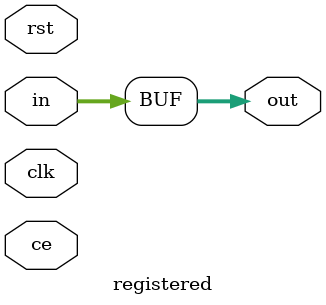
<source format=v>
module registered #(
	parameter REG = 0,
	parameter INWIDTH = 18,
	parameter RSTTYPE = "SYNC"
	)(
	input ce, rst, clk,
	input [INWIDTH-1:0] in,
	output [INWIDTH-1:0] out
	);

	reg [INWIDTH-1:0] registered;

	assign out = (REG)? registered : in;

	generate
		if(RSTTYPE == "ASYNC") begin
			always @(posedge clk or posedge rst) begin
				if(rst)
					registered <= 0;
				else if(ce)
					registered <= in;
			end
		end

		else if(RSTTYPE == "SYNC") begin
			always @(posedge clk) begin
				if(ce) begin
					if(rst)
						registered <= 0;
					else
						registered <= in;
				end
			end
		end
	endgenerate

endmodule
</source>
